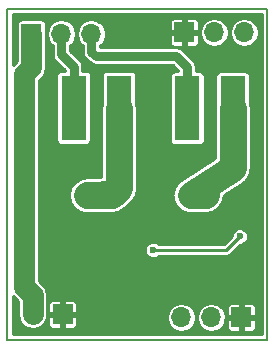
<source format=gbl>
G04 #@! TF.FileFunction,Copper,L2,Bot,Signal*
%FSLAX46Y46*%
G04 Gerber Fmt 4.6, Leading zero omitted, Abs format (unit mm)*
G04 Created by KiCad (PCBNEW 4.0.2-stable) date 6/22/2017 3:55:45 PM*
%MOMM*%
G01*
G04 APERTURE LIST*
%ADD10C,0.100000*%
%ADD11C,0.150000*%
%ADD12C,0.600000*%
%ADD13R,2.150000X5.500000*%
%ADD14R,1.700000X1.700000*%
%ADD15O,1.700000X1.700000*%
%ADD16C,1.750000*%
%ADD17C,0.750000*%
%ADD18C,0.250000*%
%ADD19C,1.000000*%
%ADD20C,0.500000*%
%ADD21C,2.300000*%
G04 APERTURE END LIST*
D10*
D11*
X100000000Y-128000000D02*
X100000000Y-100000000D01*
X122000000Y-128000000D02*
X100000000Y-128000000D01*
X122000000Y-100000000D02*
X122000000Y-128000000D01*
X100000000Y-100000000D02*
X122000000Y-100000000D01*
D12*
X107423400Y-116601600D03*
X106723400Y-116601600D03*
X108123400Y-115101600D03*
X107423400Y-115101600D03*
X108123400Y-116601600D03*
X106723400Y-115101600D03*
X116810200Y-116500000D03*
X116110200Y-116500000D03*
X115410200Y-116500000D03*
X116810200Y-115000000D03*
X116110200Y-115000000D03*
X115410200Y-115000000D03*
D13*
X105598800Y-108371400D03*
X109448800Y-108371400D03*
X115225400Y-108396800D03*
X119075400Y-108396800D03*
D14*
X104673600Y-125857200D03*
D15*
X102133600Y-125857200D03*
D14*
X102031800Y-102108000D03*
D15*
X104571800Y-102108000D03*
X107111800Y-102108000D03*
D14*
X119812000Y-126111200D03*
D15*
X117272000Y-126111200D03*
X114732000Y-126111200D03*
D14*
X114960400Y-101981000D03*
D15*
X117500400Y-101981000D03*
X120040400Y-101981000D03*
D12*
X111811000Y-122453600D03*
X104292600Y-112242800D03*
X113411200Y-111760200D03*
X119888200Y-117627600D03*
X110109200Y-119608800D03*
X112344400Y-107289800D03*
X112344400Y-107975600D03*
X103048000Y-107035800D03*
X103073400Y-107848600D03*
X112344400Y-120396200D03*
X119685000Y-119253200D03*
D16*
X102133600Y-124221000D02*
X102133600Y-125857200D01*
X102031800Y-104917200D02*
X102031800Y-102108000D01*
X102133600Y-124221000D02*
X101422400Y-123509800D01*
X101422400Y-123509800D02*
X101422400Y-105526600D01*
X101422400Y-105526600D02*
X102031800Y-104917200D01*
D17*
X105598800Y-108371400D02*
X105598800Y-104871400D01*
X105598800Y-104871400D02*
X104571800Y-103844400D01*
X104571800Y-103844400D02*
X104571800Y-102108000D01*
X115225400Y-108396800D02*
X115225400Y-104896800D01*
X107111800Y-103596000D02*
X107111800Y-102108000D01*
X115225400Y-104896800D02*
X114305800Y-103977200D01*
X114305800Y-103977200D02*
X107493000Y-103977200D01*
X107493000Y-103977200D02*
X107111800Y-103596000D01*
D18*
X112979400Y-120396200D02*
X112344400Y-120396200D01*
X118542000Y-120396200D02*
X119685000Y-119253200D01*
X116967200Y-120396200D02*
X118542000Y-120396200D01*
X113403664Y-120396200D02*
X116967200Y-120396200D01*
X112979400Y-120396200D02*
X113403664Y-120396200D01*
D19*
X108123400Y-115101600D02*
X109412000Y-115101600D01*
X109412000Y-115101600D02*
X109448800Y-115138400D01*
D20*
X108123400Y-116601600D02*
X108123400Y-115101600D01*
D21*
X108813800Y-115773400D02*
X106731000Y-115773400D01*
X109448800Y-115138400D02*
X108813800Y-115773400D01*
X109448800Y-113817600D02*
X109448800Y-115138400D01*
X109448800Y-108371400D02*
X109448800Y-113817600D01*
D19*
X116810200Y-115000000D02*
X119075400Y-112734800D01*
X119075400Y-112734800D02*
X119075400Y-108396800D01*
D21*
X119075400Y-113446800D02*
X115500000Y-115750000D01*
X116772200Y-115750000D02*
X115500000Y-115750000D01*
X119075400Y-108396800D02*
X119075400Y-113446800D01*
D18*
G36*
X121546000Y-127546000D02*
X100454000Y-127546000D01*
X100454000Y-124274257D01*
X100535688Y-124396512D01*
X100879600Y-124740424D01*
X100879600Y-125857200D01*
X100975055Y-126337085D01*
X101246888Y-126743912D01*
X101653715Y-127015745D01*
X102133600Y-127111200D01*
X102613485Y-127015745D01*
X103020312Y-126743912D01*
X103292145Y-126337085D01*
X103343889Y-126076950D01*
X103444600Y-126076950D01*
X103444600Y-126782588D01*
X103502299Y-126921886D01*
X103608914Y-127028501D01*
X103748212Y-127086200D01*
X104453850Y-127086200D01*
X104548600Y-126991450D01*
X104548600Y-125982200D01*
X104798600Y-125982200D01*
X104798600Y-126991450D01*
X104893350Y-127086200D01*
X105598988Y-127086200D01*
X105738286Y-127028501D01*
X105844901Y-126921886D01*
X105902600Y-126782588D01*
X105902600Y-126087122D01*
X113503000Y-126087122D01*
X113503000Y-126135278D01*
X113596552Y-126605596D01*
X113862966Y-127004312D01*
X114261682Y-127270726D01*
X114732000Y-127364278D01*
X115202318Y-127270726D01*
X115601034Y-127004312D01*
X115867448Y-126605596D01*
X115961000Y-126135278D01*
X115961000Y-126087122D01*
X116043000Y-126087122D01*
X116043000Y-126135278D01*
X116136552Y-126605596D01*
X116402966Y-127004312D01*
X116801682Y-127270726D01*
X117272000Y-127364278D01*
X117742318Y-127270726D01*
X118141034Y-127004312D01*
X118407448Y-126605596D01*
X118462078Y-126330950D01*
X118583000Y-126330950D01*
X118583000Y-127036588D01*
X118640699Y-127175886D01*
X118747314Y-127282501D01*
X118886612Y-127340200D01*
X119592250Y-127340200D01*
X119687000Y-127245450D01*
X119687000Y-126236200D01*
X119937000Y-126236200D01*
X119937000Y-127245450D01*
X120031750Y-127340200D01*
X120737388Y-127340200D01*
X120876686Y-127282501D01*
X120983301Y-127175886D01*
X121041000Y-127036588D01*
X121041000Y-126330950D01*
X120946250Y-126236200D01*
X119937000Y-126236200D01*
X119687000Y-126236200D01*
X118677750Y-126236200D01*
X118583000Y-126330950D01*
X118462078Y-126330950D01*
X118501000Y-126135278D01*
X118501000Y-126087122D01*
X118407448Y-125616804D01*
X118141034Y-125218088D01*
X118092730Y-125185812D01*
X118583000Y-125185812D01*
X118583000Y-125891450D01*
X118677750Y-125986200D01*
X119687000Y-125986200D01*
X119687000Y-124976950D01*
X119937000Y-124976950D01*
X119937000Y-125986200D01*
X120946250Y-125986200D01*
X121041000Y-125891450D01*
X121041000Y-125185812D01*
X120983301Y-125046514D01*
X120876686Y-124939899D01*
X120737388Y-124882200D01*
X120031750Y-124882200D01*
X119937000Y-124976950D01*
X119687000Y-124976950D01*
X119592250Y-124882200D01*
X118886612Y-124882200D01*
X118747314Y-124939899D01*
X118640699Y-125046514D01*
X118583000Y-125185812D01*
X118092730Y-125185812D01*
X117742318Y-124951674D01*
X117272000Y-124858122D01*
X116801682Y-124951674D01*
X116402966Y-125218088D01*
X116136552Y-125616804D01*
X116043000Y-126087122D01*
X115961000Y-126087122D01*
X115867448Y-125616804D01*
X115601034Y-125218088D01*
X115202318Y-124951674D01*
X114732000Y-124858122D01*
X114261682Y-124951674D01*
X113862966Y-125218088D01*
X113596552Y-125616804D01*
X113503000Y-126087122D01*
X105902600Y-126087122D01*
X105902600Y-126076950D01*
X105807850Y-125982200D01*
X104798600Y-125982200D01*
X104548600Y-125982200D01*
X103539350Y-125982200D01*
X103444600Y-126076950D01*
X103343889Y-126076950D01*
X103387600Y-125857200D01*
X103387600Y-124931812D01*
X103444600Y-124931812D01*
X103444600Y-125637450D01*
X103539350Y-125732200D01*
X104548600Y-125732200D01*
X104548600Y-124722950D01*
X104798600Y-124722950D01*
X104798600Y-125732200D01*
X105807850Y-125732200D01*
X105902600Y-125637450D01*
X105902600Y-124931812D01*
X105844901Y-124792514D01*
X105738286Y-124685899D01*
X105598988Y-124628200D01*
X104893350Y-124628200D01*
X104798600Y-124722950D01*
X104548600Y-124722950D01*
X104453850Y-124628200D01*
X103748212Y-124628200D01*
X103608914Y-124685899D01*
X103502299Y-124792514D01*
X103444600Y-124931812D01*
X103387600Y-124931812D01*
X103387600Y-124221000D01*
X103292145Y-123741115D01*
X103020312Y-123334288D01*
X102676400Y-122990376D01*
X102676400Y-120530669D01*
X111665283Y-120530669D01*
X111768436Y-120780320D01*
X111959275Y-120971492D01*
X112208746Y-121075081D01*
X112478869Y-121075317D01*
X112728520Y-120972164D01*
X112800610Y-120900200D01*
X118542000Y-120900200D01*
X118734873Y-120861835D01*
X118898382Y-120752582D01*
X119718735Y-119932229D01*
X119819469Y-119932317D01*
X120069120Y-119829164D01*
X120260292Y-119638325D01*
X120363881Y-119388854D01*
X120364117Y-119118731D01*
X120260964Y-118869080D01*
X120070125Y-118677908D01*
X119820654Y-118574319D01*
X119550531Y-118574083D01*
X119300880Y-118677236D01*
X119109708Y-118868075D01*
X119006119Y-119117546D01*
X119006030Y-119219406D01*
X118333236Y-119892200D01*
X112800693Y-119892200D01*
X112729525Y-119820908D01*
X112480054Y-119717319D01*
X112209931Y-119717083D01*
X111960280Y-119820236D01*
X111769108Y-120011075D01*
X111665519Y-120260546D01*
X111665283Y-120530669D01*
X102676400Y-120530669D01*
X102676400Y-115773400D01*
X105202000Y-115773400D01*
X105318388Y-116358523D01*
X105649834Y-116854566D01*
X106145877Y-117186012D01*
X106557347Y-117267858D01*
X106587746Y-117280481D01*
X106620951Y-117280510D01*
X106731000Y-117302400D01*
X108813800Y-117302400D01*
X109398923Y-117186012D01*
X109894966Y-116854566D01*
X110529967Y-116219566D01*
X110843720Y-115750000D01*
X113971000Y-115750000D01*
X113997899Y-115885232D01*
X113995586Y-116023095D01*
X114055533Y-116174978D01*
X114087388Y-116335123D01*
X114163991Y-116449767D01*
X114214612Y-116578021D01*
X114328119Y-116695402D01*
X114418834Y-116831166D01*
X114533478Y-116907769D01*
X114629326Y-117006888D01*
X114779110Y-117071895D01*
X114914877Y-117162612D01*
X115050113Y-117189512D01*
X115176593Y-117244405D01*
X115339851Y-117247144D01*
X115500000Y-117279000D01*
X116772200Y-117279000D01*
X117357323Y-117162612D01*
X117853366Y-116831166D01*
X118184812Y-116335123D01*
X118297936Y-115766409D01*
X119903421Y-114732188D01*
X120020802Y-114618681D01*
X120156566Y-114527966D01*
X120233169Y-114413322D01*
X120332288Y-114317474D01*
X120397295Y-114167690D01*
X120488012Y-114031923D01*
X120514912Y-113896688D01*
X120569805Y-113770208D01*
X120572544Y-113606949D01*
X120604400Y-113446800D01*
X120604400Y-108396800D01*
X120536825Y-108057077D01*
X120536825Y-105646800D01*
X120510398Y-105506351D01*
X120427392Y-105377357D01*
X120300741Y-105290820D01*
X120150400Y-105260375D01*
X118000400Y-105260375D01*
X117859951Y-105286802D01*
X117730957Y-105369808D01*
X117644420Y-105496459D01*
X117613975Y-105646800D01*
X117613975Y-108057077D01*
X117546400Y-108396800D01*
X117546400Y-112612968D01*
X114671979Y-114464612D01*
X114554598Y-114578119D01*
X114418834Y-114668834D01*
X114342231Y-114783478D01*
X114243112Y-114879326D01*
X114178105Y-115029110D01*
X114087388Y-115164877D01*
X114060488Y-115300113D01*
X114005595Y-115426593D01*
X114002856Y-115589851D01*
X113971000Y-115750000D01*
X110843720Y-115750000D01*
X110861412Y-115723523D01*
X110977800Y-115138400D01*
X110977800Y-108371400D01*
X110910225Y-108031677D01*
X110910225Y-105621400D01*
X110883798Y-105480951D01*
X110800792Y-105351957D01*
X110674141Y-105265420D01*
X110523800Y-105234975D01*
X108373800Y-105234975D01*
X108233351Y-105261402D01*
X108104357Y-105344408D01*
X108017820Y-105471059D01*
X107987375Y-105621400D01*
X107987375Y-108031677D01*
X107919800Y-108371400D01*
X107919800Y-114244400D01*
X106731000Y-114244400D01*
X106145877Y-114360788D01*
X105649834Y-114692234D01*
X105318388Y-115188277D01*
X105202000Y-115773400D01*
X102676400Y-115773400D01*
X102676400Y-106046024D01*
X102918512Y-105803912D01*
X103190345Y-105397085D01*
X103285800Y-104917200D01*
X103285800Y-102108000D01*
X103281011Y-102083922D01*
X103342800Y-102083922D01*
X103342800Y-102132078D01*
X103436352Y-102602396D01*
X103702766Y-103001112D01*
X103817800Y-103077975D01*
X103817800Y-103844395D01*
X103817799Y-103844400D01*
X103875195Y-104132943D01*
X104038641Y-104377559D01*
X104844800Y-105183717D01*
X104844800Y-105234975D01*
X104523800Y-105234975D01*
X104383351Y-105261402D01*
X104254357Y-105344408D01*
X104167820Y-105471059D01*
X104137375Y-105621400D01*
X104137375Y-111121400D01*
X104163802Y-111261849D01*
X104246808Y-111390843D01*
X104373459Y-111477380D01*
X104523800Y-111507825D01*
X106673800Y-111507825D01*
X106814249Y-111481398D01*
X106943243Y-111398392D01*
X107029780Y-111271741D01*
X107060225Y-111121400D01*
X107060225Y-105621400D01*
X107033798Y-105480951D01*
X106950792Y-105351957D01*
X106824141Y-105265420D01*
X106673800Y-105234975D01*
X106352800Y-105234975D01*
X106352800Y-104871400D01*
X106306749Y-104639888D01*
X106295405Y-104582856D01*
X106229938Y-104484877D01*
X106131959Y-104338241D01*
X106131956Y-104338239D01*
X105325800Y-103532082D01*
X105325800Y-103077975D01*
X105440834Y-103001112D01*
X105707248Y-102602396D01*
X105800800Y-102132078D01*
X105800800Y-102083922D01*
X105882800Y-102083922D01*
X105882800Y-102132078D01*
X105976352Y-102602396D01*
X106242766Y-103001112D01*
X106357800Y-103077975D01*
X106357800Y-103595995D01*
X106357799Y-103596000D01*
X106415195Y-103884543D01*
X106578641Y-104129159D01*
X106959839Y-104510356D01*
X106959841Y-104510359D01*
X107068343Y-104582857D01*
X107204456Y-104673805D01*
X107493000Y-104731201D01*
X107493005Y-104731200D01*
X113993482Y-104731200D01*
X114471400Y-105209117D01*
X114471400Y-105260375D01*
X114150400Y-105260375D01*
X114009951Y-105286802D01*
X113880957Y-105369808D01*
X113794420Y-105496459D01*
X113763975Y-105646800D01*
X113763975Y-111146800D01*
X113790402Y-111287249D01*
X113873408Y-111416243D01*
X114000059Y-111502780D01*
X114150400Y-111533225D01*
X116300400Y-111533225D01*
X116440849Y-111506798D01*
X116569843Y-111423792D01*
X116656380Y-111297141D01*
X116686825Y-111146800D01*
X116686825Y-105646800D01*
X116660398Y-105506351D01*
X116577392Y-105377357D01*
X116450741Y-105290820D01*
X116300400Y-105260375D01*
X115979400Y-105260375D01*
X115979400Y-104896805D01*
X115979401Y-104896800D01*
X115922005Y-104608257D01*
X115807786Y-104437315D01*
X115758559Y-104363641D01*
X115758556Y-104363639D01*
X114838959Y-103444041D01*
X114594343Y-103280595D01*
X114305800Y-103223199D01*
X114305795Y-103223200D01*
X107865800Y-103223200D01*
X107865800Y-103077975D01*
X107980834Y-103001112D01*
X108247248Y-102602396D01*
X108327140Y-102200750D01*
X113731400Y-102200750D01*
X113731400Y-102906388D01*
X113789099Y-103045686D01*
X113895714Y-103152301D01*
X114035012Y-103210000D01*
X114740650Y-103210000D01*
X114835400Y-103115250D01*
X114835400Y-102106000D01*
X115085400Y-102106000D01*
X115085400Y-103115250D01*
X115180150Y-103210000D01*
X115885788Y-103210000D01*
X116025086Y-103152301D01*
X116131701Y-103045686D01*
X116189400Y-102906388D01*
X116189400Y-102200750D01*
X116094650Y-102106000D01*
X115085400Y-102106000D01*
X114835400Y-102106000D01*
X113826150Y-102106000D01*
X113731400Y-102200750D01*
X108327140Y-102200750D01*
X108340800Y-102132078D01*
X108340800Y-102083922D01*
X108315539Y-101956922D01*
X116271400Y-101956922D01*
X116271400Y-102005078D01*
X116364952Y-102475396D01*
X116631366Y-102874112D01*
X117030082Y-103140526D01*
X117500400Y-103234078D01*
X117970718Y-103140526D01*
X118369434Y-102874112D01*
X118635848Y-102475396D01*
X118729400Y-102005078D01*
X118729400Y-101956922D01*
X118811400Y-101956922D01*
X118811400Y-102005078D01*
X118904952Y-102475396D01*
X119171366Y-102874112D01*
X119570082Y-103140526D01*
X120040400Y-103234078D01*
X120510718Y-103140526D01*
X120909434Y-102874112D01*
X121175848Y-102475396D01*
X121269400Y-102005078D01*
X121269400Y-101956922D01*
X121175848Y-101486604D01*
X120909434Y-101087888D01*
X120510718Y-100821474D01*
X120040400Y-100727922D01*
X119570082Y-100821474D01*
X119171366Y-101087888D01*
X118904952Y-101486604D01*
X118811400Y-101956922D01*
X118729400Y-101956922D01*
X118635848Y-101486604D01*
X118369434Y-101087888D01*
X117970718Y-100821474D01*
X117500400Y-100727922D01*
X117030082Y-100821474D01*
X116631366Y-101087888D01*
X116364952Y-101486604D01*
X116271400Y-101956922D01*
X108315539Y-101956922D01*
X108247248Y-101613604D01*
X107980834Y-101214888D01*
X107742462Y-101055612D01*
X113731400Y-101055612D01*
X113731400Y-101761250D01*
X113826150Y-101856000D01*
X114835400Y-101856000D01*
X114835400Y-100846750D01*
X115085400Y-100846750D01*
X115085400Y-101856000D01*
X116094650Y-101856000D01*
X116189400Y-101761250D01*
X116189400Y-101055612D01*
X116131701Y-100916314D01*
X116025086Y-100809699D01*
X115885788Y-100752000D01*
X115180150Y-100752000D01*
X115085400Y-100846750D01*
X114835400Y-100846750D01*
X114740650Y-100752000D01*
X114035012Y-100752000D01*
X113895714Y-100809699D01*
X113789099Y-100916314D01*
X113731400Y-101055612D01*
X107742462Y-101055612D01*
X107582118Y-100948474D01*
X107111800Y-100854922D01*
X106641482Y-100948474D01*
X106242766Y-101214888D01*
X105976352Y-101613604D01*
X105882800Y-102083922D01*
X105800800Y-102083922D01*
X105707248Y-101613604D01*
X105440834Y-101214888D01*
X105042118Y-100948474D01*
X104571800Y-100854922D01*
X104101482Y-100948474D01*
X103702766Y-101214888D01*
X103436352Y-101613604D01*
X103342800Y-102083922D01*
X103281011Y-102083922D01*
X103268225Y-102019644D01*
X103268225Y-101258000D01*
X103241798Y-101117551D01*
X103158792Y-100988557D01*
X103032141Y-100902020D01*
X102881800Y-100871575D01*
X102120156Y-100871575D01*
X102031800Y-100854000D01*
X101943444Y-100871575D01*
X101181800Y-100871575D01*
X101041351Y-100898002D01*
X100912357Y-100981008D01*
X100825820Y-101107659D01*
X100795375Y-101258000D01*
X100795375Y-102019644D01*
X100777800Y-102108000D01*
X100777800Y-104397776D01*
X100535688Y-104639888D01*
X100454000Y-104762143D01*
X100454000Y-100454000D01*
X121546000Y-100454000D01*
X121546000Y-127546000D01*
X121546000Y-127546000D01*
G37*
X121546000Y-127546000D02*
X100454000Y-127546000D01*
X100454000Y-124274257D01*
X100535688Y-124396512D01*
X100879600Y-124740424D01*
X100879600Y-125857200D01*
X100975055Y-126337085D01*
X101246888Y-126743912D01*
X101653715Y-127015745D01*
X102133600Y-127111200D01*
X102613485Y-127015745D01*
X103020312Y-126743912D01*
X103292145Y-126337085D01*
X103343889Y-126076950D01*
X103444600Y-126076950D01*
X103444600Y-126782588D01*
X103502299Y-126921886D01*
X103608914Y-127028501D01*
X103748212Y-127086200D01*
X104453850Y-127086200D01*
X104548600Y-126991450D01*
X104548600Y-125982200D01*
X104798600Y-125982200D01*
X104798600Y-126991450D01*
X104893350Y-127086200D01*
X105598988Y-127086200D01*
X105738286Y-127028501D01*
X105844901Y-126921886D01*
X105902600Y-126782588D01*
X105902600Y-126087122D01*
X113503000Y-126087122D01*
X113503000Y-126135278D01*
X113596552Y-126605596D01*
X113862966Y-127004312D01*
X114261682Y-127270726D01*
X114732000Y-127364278D01*
X115202318Y-127270726D01*
X115601034Y-127004312D01*
X115867448Y-126605596D01*
X115961000Y-126135278D01*
X115961000Y-126087122D01*
X116043000Y-126087122D01*
X116043000Y-126135278D01*
X116136552Y-126605596D01*
X116402966Y-127004312D01*
X116801682Y-127270726D01*
X117272000Y-127364278D01*
X117742318Y-127270726D01*
X118141034Y-127004312D01*
X118407448Y-126605596D01*
X118462078Y-126330950D01*
X118583000Y-126330950D01*
X118583000Y-127036588D01*
X118640699Y-127175886D01*
X118747314Y-127282501D01*
X118886612Y-127340200D01*
X119592250Y-127340200D01*
X119687000Y-127245450D01*
X119687000Y-126236200D01*
X119937000Y-126236200D01*
X119937000Y-127245450D01*
X120031750Y-127340200D01*
X120737388Y-127340200D01*
X120876686Y-127282501D01*
X120983301Y-127175886D01*
X121041000Y-127036588D01*
X121041000Y-126330950D01*
X120946250Y-126236200D01*
X119937000Y-126236200D01*
X119687000Y-126236200D01*
X118677750Y-126236200D01*
X118583000Y-126330950D01*
X118462078Y-126330950D01*
X118501000Y-126135278D01*
X118501000Y-126087122D01*
X118407448Y-125616804D01*
X118141034Y-125218088D01*
X118092730Y-125185812D01*
X118583000Y-125185812D01*
X118583000Y-125891450D01*
X118677750Y-125986200D01*
X119687000Y-125986200D01*
X119687000Y-124976950D01*
X119937000Y-124976950D01*
X119937000Y-125986200D01*
X120946250Y-125986200D01*
X121041000Y-125891450D01*
X121041000Y-125185812D01*
X120983301Y-125046514D01*
X120876686Y-124939899D01*
X120737388Y-124882200D01*
X120031750Y-124882200D01*
X119937000Y-124976950D01*
X119687000Y-124976950D01*
X119592250Y-124882200D01*
X118886612Y-124882200D01*
X118747314Y-124939899D01*
X118640699Y-125046514D01*
X118583000Y-125185812D01*
X118092730Y-125185812D01*
X117742318Y-124951674D01*
X117272000Y-124858122D01*
X116801682Y-124951674D01*
X116402966Y-125218088D01*
X116136552Y-125616804D01*
X116043000Y-126087122D01*
X115961000Y-126087122D01*
X115867448Y-125616804D01*
X115601034Y-125218088D01*
X115202318Y-124951674D01*
X114732000Y-124858122D01*
X114261682Y-124951674D01*
X113862966Y-125218088D01*
X113596552Y-125616804D01*
X113503000Y-126087122D01*
X105902600Y-126087122D01*
X105902600Y-126076950D01*
X105807850Y-125982200D01*
X104798600Y-125982200D01*
X104548600Y-125982200D01*
X103539350Y-125982200D01*
X103444600Y-126076950D01*
X103343889Y-126076950D01*
X103387600Y-125857200D01*
X103387600Y-124931812D01*
X103444600Y-124931812D01*
X103444600Y-125637450D01*
X103539350Y-125732200D01*
X104548600Y-125732200D01*
X104548600Y-124722950D01*
X104798600Y-124722950D01*
X104798600Y-125732200D01*
X105807850Y-125732200D01*
X105902600Y-125637450D01*
X105902600Y-124931812D01*
X105844901Y-124792514D01*
X105738286Y-124685899D01*
X105598988Y-124628200D01*
X104893350Y-124628200D01*
X104798600Y-124722950D01*
X104548600Y-124722950D01*
X104453850Y-124628200D01*
X103748212Y-124628200D01*
X103608914Y-124685899D01*
X103502299Y-124792514D01*
X103444600Y-124931812D01*
X103387600Y-124931812D01*
X103387600Y-124221000D01*
X103292145Y-123741115D01*
X103020312Y-123334288D01*
X102676400Y-122990376D01*
X102676400Y-120530669D01*
X111665283Y-120530669D01*
X111768436Y-120780320D01*
X111959275Y-120971492D01*
X112208746Y-121075081D01*
X112478869Y-121075317D01*
X112728520Y-120972164D01*
X112800610Y-120900200D01*
X118542000Y-120900200D01*
X118734873Y-120861835D01*
X118898382Y-120752582D01*
X119718735Y-119932229D01*
X119819469Y-119932317D01*
X120069120Y-119829164D01*
X120260292Y-119638325D01*
X120363881Y-119388854D01*
X120364117Y-119118731D01*
X120260964Y-118869080D01*
X120070125Y-118677908D01*
X119820654Y-118574319D01*
X119550531Y-118574083D01*
X119300880Y-118677236D01*
X119109708Y-118868075D01*
X119006119Y-119117546D01*
X119006030Y-119219406D01*
X118333236Y-119892200D01*
X112800693Y-119892200D01*
X112729525Y-119820908D01*
X112480054Y-119717319D01*
X112209931Y-119717083D01*
X111960280Y-119820236D01*
X111769108Y-120011075D01*
X111665519Y-120260546D01*
X111665283Y-120530669D01*
X102676400Y-120530669D01*
X102676400Y-115773400D01*
X105202000Y-115773400D01*
X105318388Y-116358523D01*
X105649834Y-116854566D01*
X106145877Y-117186012D01*
X106557347Y-117267858D01*
X106587746Y-117280481D01*
X106620951Y-117280510D01*
X106731000Y-117302400D01*
X108813800Y-117302400D01*
X109398923Y-117186012D01*
X109894966Y-116854566D01*
X110529967Y-116219566D01*
X110843720Y-115750000D01*
X113971000Y-115750000D01*
X113997899Y-115885232D01*
X113995586Y-116023095D01*
X114055533Y-116174978D01*
X114087388Y-116335123D01*
X114163991Y-116449767D01*
X114214612Y-116578021D01*
X114328119Y-116695402D01*
X114418834Y-116831166D01*
X114533478Y-116907769D01*
X114629326Y-117006888D01*
X114779110Y-117071895D01*
X114914877Y-117162612D01*
X115050113Y-117189512D01*
X115176593Y-117244405D01*
X115339851Y-117247144D01*
X115500000Y-117279000D01*
X116772200Y-117279000D01*
X117357323Y-117162612D01*
X117853366Y-116831166D01*
X118184812Y-116335123D01*
X118297936Y-115766409D01*
X119903421Y-114732188D01*
X120020802Y-114618681D01*
X120156566Y-114527966D01*
X120233169Y-114413322D01*
X120332288Y-114317474D01*
X120397295Y-114167690D01*
X120488012Y-114031923D01*
X120514912Y-113896688D01*
X120569805Y-113770208D01*
X120572544Y-113606949D01*
X120604400Y-113446800D01*
X120604400Y-108396800D01*
X120536825Y-108057077D01*
X120536825Y-105646800D01*
X120510398Y-105506351D01*
X120427392Y-105377357D01*
X120300741Y-105290820D01*
X120150400Y-105260375D01*
X118000400Y-105260375D01*
X117859951Y-105286802D01*
X117730957Y-105369808D01*
X117644420Y-105496459D01*
X117613975Y-105646800D01*
X117613975Y-108057077D01*
X117546400Y-108396800D01*
X117546400Y-112612968D01*
X114671979Y-114464612D01*
X114554598Y-114578119D01*
X114418834Y-114668834D01*
X114342231Y-114783478D01*
X114243112Y-114879326D01*
X114178105Y-115029110D01*
X114087388Y-115164877D01*
X114060488Y-115300113D01*
X114005595Y-115426593D01*
X114002856Y-115589851D01*
X113971000Y-115750000D01*
X110843720Y-115750000D01*
X110861412Y-115723523D01*
X110977800Y-115138400D01*
X110977800Y-108371400D01*
X110910225Y-108031677D01*
X110910225Y-105621400D01*
X110883798Y-105480951D01*
X110800792Y-105351957D01*
X110674141Y-105265420D01*
X110523800Y-105234975D01*
X108373800Y-105234975D01*
X108233351Y-105261402D01*
X108104357Y-105344408D01*
X108017820Y-105471059D01*
X107987375Y-105621400D01*
X107987375Y-108031677D01*
X107919800Y-108371400D01*
X107919800Y-114244400D01*
X106731000Y-114244400D01*
X106145877Y-114360788D01*
X105649834Y-114692234D01*
X105318388Y-115188277D01*
X105202000Y-115773400D01*
X102676400Y-115773400D01*
X102676400Y-106046024D01*
X102918512Y-105803912D01*
X103190345Y-105397085D01*
X103285800Y-104917200D01*
X103285800Y-102108000D01*
X103281011Y-102083922D01*
X103342800Y-102083922D01*
X103342800Y-102132078D01*
X103436352Y-102602396D01*
X103702766Y-103001112D01*
X103817800Y-103077975D01*
X103817800Y-103844395D01*
X103817799Y-103844400D01*
X103875195Y-104132943D01*
X104038641Y-104377559D01*
X104844800Y-105183717D01*
X104844800Y-105234975D01*
X104523800Y-105234975D01*
X104383351Y-105261402D01*
X104254357Y-105344408D01*
X104167820Y-105471059D01*
X104137375Y-105621400D01*
X104137375Y-111121400D01*
X104163802Y-111261849D01*
X104246808Y-111390843D01*
X104373459Y-111477380D01*
X104523800Y-111507825D01*
X106673800Y-111507825D01*
X106814249Y-111481398D01*
X106943243Y-111398392D01*
X107029780Y-111271741D01*
X107060225Y-111121400D01*
X107060225Y-105621400D01*
X107033798Y-105480951D01*
X106950792Y-105351957D01*
X106824141Y-105265420D01*
X106673800Y-105234975D01*
X106352800Y-105234975D01*
X106352800Y-104871400D01*
X106306749Y-104639888D01*
X106295405Y-104582856D01*
X106229938Y-104484877D01*
X106131959Y-104338241D01*
X106131956Y-104338239D01*
X105325800Y-103532082D01*
X105325800Y-103077975D01*
X105440834Y-103001112D01*
X105707248Y-102602396D01*
X105800800Y-102132078D01*
X105800800Y-102083922D01*
X105882800Y-102083922D01*
X105882800Y-102132078D01*
X105976352Y-102602396D01*
X106242766Y-103001112D01*
X106357800Y-103077975D01*
X106357800Y-103595995D01*
X106357799Y-103596000D01*
X106415195Y-103884543D01*
X106578641Y-104129159D01*
X106959839Y-104510356D01*
X106959841Y-104510359D01*
X107068343Y-104582857D01*
X107204456Y-104673805D01*
X107493000Y-104731201D01*
X107493005Y-104731200D01*
X113993482Y-104731200D01*
X114471400Y-105209117D01*
X114471400Y-105260375D01*
X114150400Y-105260375D01*
X114009951Y-105286802D01*
X113880957Y-105369808D01*
X113794420Y-105496459D01*
X113763975Y-105646800D01*
X113763975Y-111146800D01*
X113790402Y-111287249D01*
X113873408Y-111416243D01*
X114000059Y-111502780D01*
X114150400Y-111533225D01*
X116300400Y-111533225D01*
X116440849Y-111506798D01*
X116569843Y-111423792D01*
X116656380Y-111297141D01*
X116686825Y-111146800D01*
X116686825Y-105646800D01*
X116660398Y-105506351D01*
X116577392Y-105377357D01*
X116450741Y-105290820D01*
X116300400Y-105260375D01*
X115979400Y-105260375D01*
X115979400Y-104896805D01*
X115979401Y-104896800D01*
X115922005Y-104608257D01*
X115807786Y-104437315D01*
X115758559Y-104363641D01*
X115758556Y-104363639D01*
X114838959Y-103444041D01*
X114594343Y-103280595D01*
X114305800Y-103223199D01*
X114305795Y-103223200D01*
X107865800Y-103223200D01*
X107865800Y-103077975D01*
X107980834Y-103001112D01*
X108247248Y-102602396D01*
X108327140Y-102200750D01*
X113731400Y-102200750D01*
X113731400Y-102906388D01*
X113789099Y-103045686D01*
X113895714Y-103152301D01*
X114035012Y-103210000D01*
X114740650Y-103210000D01*
X114835400Y-103115250D01*
X114835400Y-102106000D01*
X115085400Y-102106000D01*
X115085400Y-103115250D01*
X115180150Y-103210000D01*
X115885788Y-103210000D01*
X116025086Y-103152301D01*
X116131701Y-103045686D01*
X116189400Y-102906388D01*
X116189400Y-102200750D01*
X116094650Y-102106000D01*
X115085400Y-102106000D01*
X114835400Y-102106000D01*
X113826150Y-102106000D01*
X113731400Y-102200750D01*
X108327140Y-102200750D01*
X108340800Y-102132078D01*
X108340800Y-102083922D01*
X108315539Y-101956922D01*
X116271400Y-101956922D01*
X116271400Y-102005078D01*
X116364952Y-102475396D01*
X116631366Y-102874112D01*
X117030082Y-103140526D01*
X117500400Y-103234078D01*
X117970718Y-103140526D01*
X118369434Y-102874112D01*
X118635848Y-102475396D01*
X118729400Y-102005078D01*
X118729400Y-101956922D01*
X118811400Y-101956922D01*
X118811400Y-102005078D01*
X118904952Y-102475396D01*
X119171366Y-102874112D01*
X119570082Y-103140526D01*
X120040400Y-103234078D01*
X120510718Y-103140526D01*
X120909434Y-102874112D01*
X121175848Y-102475396D01*
X121269400Y-102005078D01*
X121269400Y-101956922D01*
X121175848Y-101486604D01*
X120909434Y-101087888D01*
X120510718Y-100821474D01*
X120040400Y-100727922D01*
X119570082Y-100821474D01*
X119171366Y-101087888D01*
X118904952Y-101486604D01*
X118811400Y-101956922D01*
X118729400Y-101956922D01*
X118635848Y-101486604D01*
X118369434Y-101087888D01*
X117970718Y-100821474D01*
X117500400Y-100727922D01*
X117030082Y-100821474D01*
X116631366Y-101087888D01*
X116364952Y-101486604D01*
X116271400Y-101956922D01*
X108315539Y-101956922D01*
X108247248Y-101613604D01*
X107980834Y-101214888D01*
X107742462Y-101055612D01*
X113731400Y-101055612D01*
X113731400Y-101761250D01*
X113826150Y-101856000D01*
X114835400Y-101856000D01*
X114835400Y-100846750D01*
X115085400Y-100846750D01*
X115085400Y-101856000D01*
X116094650Y-101856000D01*
X116189400Y-101761250D01*
X116189400Y-101055612D01*
X116131701Y-100916314D01*
X116025086Y-100809699D01*
X115885788Y-100752000D01*
X115180150Y-100752000D01*
X115085400Y-100846750D01*
X114835400Y-100846750D01*
X114740650Y-100752000D01*
X114035012Y-100752000D01*
X113895714Y-100809699D01*
X113789099Y-100916314D01*
X113731400Y-101055612D01*
X107742462Y-101055612D01*
X107582118Y-100948474D01*
X107111800Y-100854922D01*
X106641482Y-100948474D01*
X106242766Y-101214888D01*
X105976352Y-101613604D01*
X105882800Y-102083922D01*
X105800800Y-102083922D01*
X105707248Y-101613604D01*
X105440834Y-101214888D01*
X105042118Y-100948474D01*
X104571800Y-100854922D01*
X104101482Y-100948474D01*
X103702766Y-101214888D01*
X103436352Y-101613604D01*
X103342800Y-102083922D01*
X103281011Y-102083922D01*
X103268225Y-102019644D01*
X103268225Y-101258000D01*
X103241798Y-101117551D01*
X103158792Y-100988557D01*
X103032141Y-100902020D01*
X102881800Y-100871575D01*
X102120156Y-100871575D01*
X102031800Y-100854000D01*
X101943444Y-100871575D01*
X101181800Y-100871575D01*
X101041351Y-100898002D01*
X100912357Y-100981008D01*
X100825820Y-101107659D01*
X100795375Y-101258000D01*
X100795375Y-102019644D01*
X100777800Y-102108000D01*
X100777800Y-104397776D01*
X100535688Y-104639888D01*
X100454000Y-104762143D01*
X100454000Y-100454000D01*
X121546000Y-100454000D01*
X121546000Y-127546000D01*
M02*

</source>
